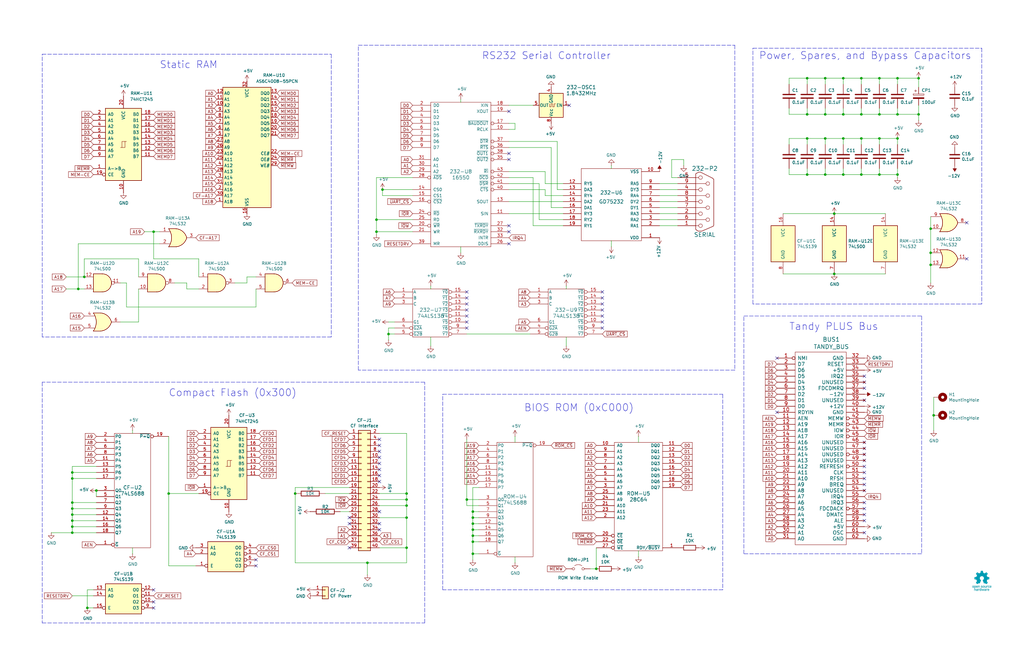
<source format=kicad_sch>
(kicad_sch (version 20250114) (generator "eeschema") (generator_version "9.0")
  (paper "B")
  (title_block (title "Tandy 1000 EX/HX 3-in-1 Upgrade") (date "2019-11-18") (rev "1.7") (company "Rob Krenicki") (comment 1 "OSHW - Creative Commons Attribution ShareAlike 3.0") (comment 2 "Derrived from designs by:  Sergey Kiselev, James Pearce, Adrian Black"))
  (text "BIOS ROM (0xC000)" (at 220.98 173.99 0) (effects (font (size 3.048 3.048)) (justify left bottom)))
  (text "Power, Spares, and Bypass Capacitors" (at 320.04 25.4 0) (effects (font (size 3.048 3.048)) (justify left bottom)))
  (text "Static RAM" (at 67.31 29.21 0) (effects (font (size 2.9972 2.9972)) (justify left bottom)))
  (text "Tandy PLUS Bus" (at 332.74 139.7 0) (effects (font (size 3.048 3.048)) (justify left bottom)))
  (text "Compact Flash (0x300)" (at 71.12 167.64 0) (effects (font (size 2.9972 2.9972)) (justify left bottom)))
  (text "RS232 Serial Controller" (at 203.2 25.4 0) (effects (font (size 2.9972 2.9972)) (justify left bottom)))
  (junction (at 40.64 207.01))
  (junction (at 392.43 96.52))
  (junction (at 378.46 33.02))
  (junction (at 363.22 48.26))
  (junction (at 370.84 48.26))
  (junction (at 340.36 48.26))
  (junction (at 33.02 121.92))
  (junction (at 30.48 201.93))
  (junction (at 199.39 218.44))
  (junction (at 392.43 111.76))
  (junction (at 199.39 223.52))
  (junction (at 347.98 73.66))
  (junction (at 378.46 73.66))
  (junction (at 387.35 48.26))
  (junction (at 347.98 48.26))
  (junction (at 163.83 140.97))
  (junction (at 158.75 97.79))
  (junction (at 30.48 199.39))
  (junction (at 378.46 58.42))
  (junction (at 199.39 220.98))
  (junction (at 251.46 240.03))
  (junction (at 154.94 237.49))
  (junction (at 199.39 228.6))
  (junction (at 387.35 33.02))
  (junction (at 124.46 208.28))
  (junction (at 370.84 73.66))
  (junction (at 363.22 58.42))
  (junction (at 393.7 175.26))
  (junction (at 158.75 92.71))
  (junction (at 30.48 214.63))
  (junction (at 30.48 224.79))
  (junction (at 355.6 73.66))
  (junction (at 35.56 116.84))
  (junction (at 171.45 213.36))
  (junction (at 355.6 58.42))
  (junction (at 392.43 106.68))
  (junction (at 30.48 212.09))
  (junction (at 171.45 208.28))
  (junction (at 363.22 73.66))
  (junction (at 199.39 215.9))
  (junction (at 351.79 115.57))
  (junction (at 196.85 210.82))
  (junction (at 347.98 58.42))
  (junction (at 363.22 33.02))
  (junction (at 199.39 226.06))
  (junction (at 378.46 48.26))
  (junction (at 161.29 80.01))
  (junction (at 171.45 218.44))
  (junction (at 30.48 217.17))
  (junction (at 30.48 222.25))
  (junction (at 340.36 33.02))
  (junction (at 199.39 233.68))
  (junction (at 340.36 58.42))
  (junction (at 370.84 58.42))
  (junction (at 30.48 219.71))
  (junction (at 171.45 231.14))
  (junction (at 355.6 48.26))
  (junction (at 71.12 208.28))
  (junction (at 36.83 256.54))
  (junction (at 370.84 33.02))
  (junction (at 347.98 33.02))
  (junction (at 351.79 90.17))
  (junction (at 355.6 33.02))
  (junction (at 64.77 97.79))
  (junction (at 171.45 210.82))
  (junction (at 340.36 73.66))
  (no_connect (at 196.85 123.19))
  (no_connect (at 64.77 248.92))
  (no_connect (at 147.32 231.14))
  (no_connect (at 407.67 93.98))
  (no_connect (at 214.63 64.77))
  (no_connect (at 196.85 138.43))
  (no_connect (at 364.49 186.69))
  (no_connect (at 364.49 204.47))
  (no_connect (at 407.67 109.22))
  (no_connect (at 196.85 130.81))
  (no_connect (at 147.32 220.98))
  (no_connect (at 160.02 193.04))
  (no_connect (at 327.66 173.99))
  (no_connect (at 364.49 161.29))
  (no_connect (at 107.95 238.76))
  (no_connect (at 364.49 168.91))
  (no_connect (at 254 138.43))
  (no_connect (at 254 128.27))
  (no_connect (at 364.49 212.09))
  (no_connect (at 364.49 196.85))
  (no_connect (at 364.49 158.75))
  (no_connect (at 160.02 200.66))
  (no_connect (at 327.66 151.13))
  (no_connect (at 364.49 207.01))
  (no_connect (at 160.02 223.52))
  (no_connect (at 364.49 201.93))
  (no_connect (at 196.85 128.27))
  (no_connect (at 364.49 224.79))
  (no_connect (at 196.85 125.73))
  (no_connect (at 160.02 195.58))
  (no_connect (at 64.77 254))
  (no_connect (at 364.49 214.63))
  (no_connect (at 364.49 217.17))
  (no_connect (at 254 125.73))
  (no_connect (at 254 133.35))
  (no_connect (at 160.02 203.2))
  (no_connect (at 214.63 67.31))
  (no_connect (at 214.63 102.87))
  (no_connect (at 254 123.19))
  (no_connect (at 364.49 163.83))
  (no_connect (at 364.49 219.71))
  (no_connect (at 160.02 185.42))
  (no_connect (at 196.85 133.35))
  (no_connect (at 160.02 220.98))
  (no_connect (at 214.63 46.99))
  (no_connect (at 364.49 199.39))
  (no_connect (at 107.95 236.22))
  (no_connect (at 214.63 97.79))
  (no_connect (at 160.02 190.5))
  (no_connect (at 364.49 189.23))
  (no_connect (at 364.49 191.77))
  (no_connect (at 214.63 95.25))
  (no_connect (at 160.02 215.9))
  (no_connect (at 240.03 44.45))
  (no_connect (at 254 130.81))
  (no_connect (at 64.77 256.54))
  (no_connect (at 160.02 187.96))
  (no_connect (at 364.49 194.31))
  (no_connect (at 147.32 218.44))
  (no_connect (at 160.02 198.12))
  (no_connect (at 254 135.89))
  (no_connect (at 196.85 135.89))
  (wire (pts (xy 27.94 121.92) (xy 33.02 121.92)))
  (wire (pts (xy 21.59 224.79) (xy 30.48 224.79)))
  (wire (pts (xy 158.75 92.71) (xy 158.75 74.93)))
  (wire (pts (xy 83.82 116.84) (xy 83.82 109.22)))
  (wire (pts (xy 196.85 210.82) (xy 196.85 213.36)))
  (wire (pts (xy 199.39 233.68) (xy 199.39 236.22)))
  (wire (pts (xy 154.94 237.49) (xy 154.94 242.57)))
  (wire (pts (xy 347.98 33.02) (xy 347.98 35.56)))
  (wire (pts (xy 35.56 116.84) (xy 35.56 109.22)))
  (wire (pts (xy 83.82 121.92) (xy 78.74 121.92)))
  (wire (pts (xy 370.84 60.96) (xy 370.84 58.42)))
  (wire (pts (xy 40.64 207.01) (xy 40.64 209.55)))
  (wire (pts (xy 160.02 210.82) (xy 171.45 210.82)))
  (wire (pts (xy 378.46 73.66) (xy 370.84 73.66)))
  (wire (pts (xy 173.99 80.01) (xy 161.29 80.01)))
  (wire (pts (xy 64.77 97.79) (xy 67.31 97.79)))
  (wire (pts (xy 196.85 185.42) (xy 196.85 210.82)))
  (wire (pts (xy 171.45 208.28) (xy 171.45 182.88)))
  (wire (pts (xy 40.64 196.85) (xy 30.48 196.85)))
  (wire (pts (xy 30.48 199.39) (xy 30.48 201.93)))
  (wire (pts (xy 27.94 116.84) (xy 35.56 116.84)))
  (wire (pts (xy 355.6 73.66) (xy 347.98 73.66)))
  (wire (pts (xy 363.22 33.02) (xy 363.22 35.56)))
  (wire (pts (xy 171.45 231.14) (xy 171.45 218.44)))
  (wire (pts (xy 370.84 73.66) (xy 363.22 73.66)))
  (wire (pts (xy 288.29 67.31) (xy 283.21 67.31)))
  (wire (pts (xy 30.48 224.79) (xy 40.64 224.79)))
  (wire (pts (xy 227.33 92.71) (xy 237.49 92.71)))
  (wire (pts (xy 53.34 129.54) (xy 107.95 129.54)))
  (wire (pts (xy 64.77 109.22) (xy 83.82 109.22)))
  (wire (pts (xy 107.95 121.92) (xy 107.95 129.54)))
  (wire (pts (xy 60.96 97.79) (xy 64.77 97.79)))
  (wire (pts (xy 340.36 48.26) (xy 347.98 48.26)))
  (wire (pts (xy 227.33 77.47) (xy 227.33 92.71)))
  (polyline (pts (xy 414.02 128.27) (xy 317.5 128.27)) (stroke (width 0) (type dash)))
  (wire (pts (xy 363.22 48.26) (xy 355.6 48.26)))
  (wire (pts (xy 340.36 73.66) (xy 332.74 73.66)))
  (wire (pts (xy 143.51 215.9) (xy 147.32 215.9)))
  (polyline (pts (xy 317.5 20.32) (xy 414.02 20.32)) (stroke (width 0) (type dash)))
  (wire (pts (xy 237.49 85.09) (xy 214.63 85.09)))
  (wire (pts (xy 124.46 237.49) (xy 154.94 237.49)))
  (polyline (pts (xy 17.78 262.89) (xy 179.07 262.89)) (stroke (width 0) (type dash)))
  (wire (pts (xy 332.74 45.72) (xy 332.74 48.26)))
  (polyline (pts (xy 309.88 19.05) (xy 309.88 156.21)) (stroke (width 0) (type dash)))
  (wire (pts (xy 285.75 77.47) (xy 278.13 77.47)))
  (wire (pts (xy 347.98 33.02) (xy 355.6 33.02)))
  (wire (pts (xy 363.22 33.02) (xy 370.84 33.02)))
  (wire (pts (xy 269.24 234.95) (xy 269.24 232.41)))
  (polyline (pts (xy 309.88 156.21) (xy 151.13 156.21)) (stroke (width 0) (type dash)))
  (wire (pts (xy 147.32 205.74) (xy 124.46 205.74)))
  (wire (pts (xy 40.64 214.63) (xy 30.48 214.63)))
  (polyline (pts (xy 179.07 262.89) (xy 179.07 161.29)) (stroke (width 0) (type dash)))
  (wire (pts (xy 83.82 208.28) (xy 71.12 208.28)))
  (wire (pts (xy 158.75 97.79) (xy 173.99 97.79)))
  (polyline (pts (xy 17.78 161.29) (xy 17.78 262.89)) (stroke (width 0) (type dash)))
  (wire (pts (xy 214.63 44.45) (xy 224.79 44.45)))
  (wire (pts (xy 199.39 228.6) (xy 199.39 233.68)))
  (wire (pts (xy 232.41 62.23) (xy 214.63 62.23)))
  (wire (pts (xy 124.46 205.74) (xy 124.46 208.28)))
  (wire (pts (xy 229.87 72.39) (xy 229.87 77.47)))
  (wire (pts (xy 370.84 33.02) (xy 370.84 35.56)))
  (wire (pts (xy 163.83 143.51) (xy 163.83 140.97)))
  (wire (pts (xy 171.45 218.44) (xy 171.45 213.36)))
  (wire (pts (xy 340.36 33.02) (xy 340.36 35.56)))
  (polyline (pts (xy 304.8 166.37) (xy 304.8 248.92)) (stroke (width 0) (type dash)))
  (polyline (pts (xy 139.7 22.86) (xy 139.7 142.24)) (stroke (width 0) (type dash)))
  (polyline (pts (xy 313.69 133.35) (xy 388.62 133.35)) (stroke (width 0) (type dash)))
  (wire (pts (xy 355.6 73.66) (xy 355.6 71.12)))
  (wire (pts (xy 199.39 226.06) (xy 199.39 228.6)))
  (polyline (pts (xy 414.02 20.32) (xy 414.02 128.27)) (stroke (width 0) (type dash)))
  (wire (pts (xy 163.83 138.43) (xy 166.37 138.43)))
  (wire (pts (xy 355.6 58.42) (xy 363.22 58.42)))
  (wire (pts (xy 171.45 231.14) (xy 160.02 231.14)))
  (wire (pts (xy 392.43 96.52) (xy 392.43 106.68)))
  (wire (pts (xy 387.35 44.45) (xy 387.35 48.26)))
  (wire (pts (xy 53.34 119.38) (xy 53.34 129.54)))
  (polyline (pts (xy 388.62 233.68) (xy 313.69 233.68)) (stroke (width 0) (type dash)))
  (wire (pts (xy 181.61 120.65) (xy 181.61 121.92)))
  (wire (pts (xy 160.02 218.44) (xy 171.45 218.44)))
  (wire (pts (xy 237.49 95.25) (xy 224.79 95.25)))
  (wire (pts (xy 201.93 218.44) (xy 199.39 218.44)))
  (wire (pts (xy 363.22 73.66) (xy 355.6 73.66)))
  (wire (pts (xy 229.87 82.55) (xy 229.87 80.01)))
  (wire (pts (xy 224.79 74.93) (xy 214.63 74.93)))
  (wire (pts (xy 201.93 223.52) (xy 199.39 223.52)))
  (wire (pts (xy 251.46 240.03) (xy 248.92 240.03)))
  (wire (pts (xy 201.93 205.74) (xy 199.39 205.74)))
  (wire (pts (xy 229.87 77.47) (xy 237.49 77.47)))
  (wire (pts (xy 154.94 237.49) (xy 171.45 237.49)))
  (wire (pts (xy 50.8 119.38) (xy 53.34 119.38)))
  (wire (pts (xy 214.63 52.07) (xy 217.17 52.07)))
  (wire (pts (xy 36.83 256.54) (xy 39.37 256.54)))
  (polyline (pts (xy 139.7 142.24) (xy 17.78 142.24)) (stroke (width 0) (type dash)))
  (wire (pts (xy 217.17 237.49) (xy 217.17 234.95)))
  (wire (pts (xy 217.17 54.61) (xy 217.17 52.07)))
  (wire (pts (xy 387.35 36.83) (xy 387.35 33.02)))
  (wire (pts (xy 355.6 33.02) (xy 355.6 35.56)))
  (wire (pts (xy 158.75 74.93) (xy 173.99 74.93)))
  (wire (pts (xy 251.46 231.14) (xy 251.46 240.03)))
  (wire (pts (xy 278.13 85.09) (xy 285.75 85.09)))
  (wire (pts (xy 392.43 106.68) (xy 392.43 111.76)))
  (wire (pts (xy 71.12 184.15) (xy 71.12 208.28)))
  (wire (pts (xy 347.98 73.66) (xy 340.36 73.66)))
  (wire (pts (xy 199.39 220.98) (xy 199.39 223.52)))
  (wire (pts (xy 288.29 69.85) (xy 288.29 67.31)))
  (wire (pts (xy 99.06 119.38) (xy 104.14 119.38)))
  (wire (pts (xy 40.64 222.25) (xy 30.48 222.25)))
  (wire (pts (xy 78.74 121.92) (xy 78.74 119.38)))
  (wire (pts (xy 30.48 219.71) (xy 30.48 222.25)))
  (wire (pts (xy 199.39 223.52) (xy 199.39 226.06)))
  (wire (pts (xy 214.63 72.39) (xy 229.87 72.39)))
  (wire (pts (xy 378.46 73.66) (xy 378.46 71.12)))
  (wire (pts (xy 278.13 95.25) (xy 285.75 95.25)))
  (wire (pts (xy 40.64 201.93) (xy 30.48 201.93)))
  (polyline (pts (xy 179.07 161.29) (xy 17.78 161.29)) (stroke (width 0) (type dash)))
  (wire (pts (xy 378.46 60.96) (xy 378.46 58.42)))
  (polyline (pts (xy 186.69 248.92) (xy 186.69 166.37)) (stroke (width 0) (type dash)))
  (wire (pts (xy 158.75 99.06) (xy 158.75 97.79)))
  (wire (pts (xy 158.75 97.79) (xy 158.75 92.71)))
  (wire (pts (xy 71.12 238.76) (xy 82.55 238.76)))
  (wire (pts (xy 201.93 210.82) (xy 196.85 210.82)))
  (wire (pts (xy 363.22 73.66) (xy 363.22 71.12)))
  (wire (pts (xy 387.35 50.8) (xy 387.35 48.26)))
  (wire (pts (xy 224.79 95.25) (xy 224.79 74.93)))
  (wire (pts (xy 370.84 48.26) (xy 370.84 45.72)))
  (wire (pts (xy 257.81 104.14) (xy 257.81 101.6)))
  (wire (pts (xy 214.63 77.47) (xy 227.33 77.47)))
  (wire (pts (xy 173.99 82.55) (xy 161.29 82.55)))
  (wire (pts (xy 340.36 58.42) (xy 340.36 60.96)))
  (polyline (pts (xy 17.78 142.24) (xy 17.78 22.86)) (stroke (width 0) (type dash)))
  (wire (pts (xy 171.45 213.36) (xy 171.45 210.82)))
  (wire (pts (xy 171.45 210.82) (xy 171.45 208.28)))
  (wire (pts (xy 30.48 201.93) (xy 30.48 212.09)))
  (wire (pts (xy 355.6 48.26) (xy 355.6 45.72)))
  (wire (pts (xy 370.84 48.26) (xy 363.22 48.26)))
  (wire (pts (xy 355.6 48.26) (xy 347.98 48.26)))
  (wire (pts (xy 285.75 82.55) (xy 278.13 82.55)))
  (wire (pts (xy 199.39 205.74) (xy 199.39 215.9)))
  (wire (pts (xy 201.93 215.9) (xy 199.39 215.9)))
  (wire (pts (xy 370.84 58.42) (xy 378.46 58.42)))
  (wire (pts (xy 378.46 33.02) (xy 378.46 35.56)))
  (wire (pts (xy 234.95 59.69) (xy 234.95 80.01)))
  (wire (pts (xy 363.22 48.26) (xy 363.22 45.72)))
  (wire (pts (xy 36.83 248.92) (xy 36.83 256.54)))
  (wire (pts (xy 393.7 181.61) (xy 393.7 175.26)))
  (wire (pts (xy 392.43 111.76) (xy 392.43 119.38)))
  (wire (pts (xy 166.37 140.97) (xy 163.83 140.97)))
  (wire (pts (xy 330.2 115.57) (xy 351.79 115.57)))
  (wire (pts (xy 35.56 109.22) (xy 58.42 109.22)))
  (wire (pts (xy 30.48 196.85) (xy 30.48 199.39)))
  (wire (pts (xy 199.39 218.44) (xy 199.39 220.98)))
  (wire (pts (xy 332.74 33.02) (xy 332.74 35.56)))
  (wire (pts (xy 283.21 67.31) (xy 283.21 74.93)))
  (wire (pts (xy 393.7 175.26) (xy 393.7 167.64)))
  (wire (pts (xy 33.02 121.92) (xy 35.56 121.92)))
  (wire (pts (xy 238.76 120.65) (xy 238.76 121.92)))
  (polyline (pts (xy 313.69 233.68) (xy 313.69 133.35)) (stroke (width 0) (type dash)))
  (wire (pts (xy 378.46 45.72) (xy 378.46 48.26)))
  (wire (pts (xy 160.02 208.28) (xy 171.45 208.28)))
  (wire (pts (xy 351.79 90.17) (xy 330.2 90.17)))
  (wire (pts (xy 64.77 97.79) (xy 64.77 109.22)))
  (wire (pts (xy 30.48 222.25) (xy 30.48 224.79)))
  (polyline (pts (xy 304.8 248.92) (xy 186.69 248.92)) (stroke (width 0) (type dash)))
  (wire (pts (xy 232.41 87.63) (xy 237.49 87.63)))
  (wire (pts (xy 232.41 87.63) (xy 232.41 62.23)))
  (wire (pts (xy 201.93 226.06) (xy 199.39 226.06)))
  (wire (pts (xy 181.61 146.05) (xy 181.61 142.24)))
  (wire (pts (xy 161.29 82.55) (xy 161.29 80.01)))
  (wire (pts (xy 363.22 58.42) (xy 363.22 60.96)))
  (wire (pts (xy 340.36 48.26) (xy 340.36 45.72)))
  (wire (pts (xy 347.98 58.42) (xy 347.98 60.96)))
  (wire (pts (xy 104.14 119.38) (xy 104.14 116.84)))
  (polyline (pts (xy 388.62 133.35) (xy 388.62 233.68)) (stroke (width 0) (type dash)))
  (wire (pts (xy 340.36 33.02) (xy 347.98 33.02)))
  (wire (pts (xy 332.74 58.42) (xy 340.36 58.42)))
  (wire (pts (xy 217.17 184.15) (xy 217.17 186.69)))
  (wire (pts (xy 378.46 48.26) (xy 387.35 48.26)))
  (wire (pts (xy 392.43 91.44) (xy 392.43 96.52)))
  (wire (pts (xy 201.93 233.68) (xy 199.39 233.68)))
  (wire (pts (xy 194.31 41.91) (xy 194.31 43.18)))
  (wire (pts (xy 237.49 90.17) (xy 214.63 90.17)))
  (wire (pts (xy 30.48 214.63) (xy 30.48 217.17)))
  (wire (pts (xy 39.37 248.92) (xy 36.83 248.92)))
  (wire (pts (xy 58.42 121.92) (xy 58.42 135.89)))
  (wire (pts (xy 340.36 58.42) (xy 347.98 58.42)))
  (wire (pts (xy 160.02 182.88) (xy 171.45 182.88)))
  (wire (pts (xy 283.21 74.93) (xy 285.75 74.93)))
  (wire (pts (xy 55.88 182.88) (xy 55.88 181.61)))
  (wire (pts (xy 40.64 212.09) (xy 30.48 212.09)))
  (wire (pts (xy 33.02 102.87) (xy 67.31 102.87)))
  (wire (pts (xy 199.39 215.9) (xy 199.39 218.44)))
  (wire (pts (xy 196.85 140.97) (xy 223.52 140.97)))
  (wire (pts (xy 214.63 80.01) (xy 229.87 80.01)))
  (wire (pts (xy 278.13 90.17) (xy 285.75 90.17)))
  (wire (pts (xy 166.37 135.89) (xy 163.83 135.89)))
  (wire (pts (xy 278.13 80.01) (xy 285.75 80.01)))
  (wire (pts (xy 55.88 233.68) (xy 55.88 231.14)))
  (wire (pts (xy 285.75 87.63) (xy 278.13 87.63)))
  (wire (pts (xy 201.93 228.6) (xy 199.39 228.6)))
  (wire (pts (xy 370.84 73.66) (xy 370.84 71.12)))
  (wire (pts (xy 194.31 106.68) (xy 194.31 104.14)))
  (wire (pts (xy 158.75 92.71) (xy 173.99 92.71)))
  (wire (pts (xy 269.24 186.69) (xy 269.24 184.15)))
  (wire (pts (xy 347.98 58.42) (xy 355.6 58.42)))
  (wire (pts (xy 214.63 59.69) (xy 234.95 59.69)))
  (polyline (pts (xy 151.13 156.21) (xy 151.13 19.05)) (stroke (width 0) (type dash)))
  (wire (pts (xy 124.46 208.28) (xy 124.46 237.49)))
  (polyline (pts (xy 151.13 19.05) (xy 309.88 19.05)) (stroke (width 0) (type dash)))
  (wire (pts (xy 373.38 90.17) (xy 351.79 90.17)))
  (wire (pts (xy 340.36 71.12) (xy 340.36 73.66)))
  (wire (pts (xy 137.16 208.28) (xy 147.32 208.28)))
  (wire (pts (xy 160.02 213.36) (xy 171.45 213.36)))
  (wire (pts (xy 40.64 217.17) (xy 30.48 217.17)))
  (wire (pts (xy 171.45 237.49) (xy 171.45 231.14)))
  (wire (pts (xy 355.6 58.42) (xy 355.6 60.96)))
  (wire (pts (xy 332.74 33.02) (xy 340.36 33.02)))
  (wire (pts (xy 378.46 74.93) (xy 378.46 73.66)))
  (wire (pts (xy 214.63 54.61) (xy 217.17 54.61)))
  (wire (pts (xy 257.81 69.85) (xy 257.81 71.12)))
  (wire (pts (xy 351.79 115.57) (xy 373.38 115.57)))
  (wire (pts (xy 234.95 80.01) (xy 237.49 80.01)))
  (wire (pts (xy 370.84 33.02) (xy 378.46 33.02)))
  (wire (pts (xy 347.98 73.66) (xy 347.98 71.12)))
  (wire (pts (xy 78.74 119.38) (xy 73.66 119.38)))
  (wire (pts (xy 30.48 212.09) (xy 30.48 214.63)))
  (polyline (pts (xy 186.69 166.37) (xy 304.8 166.37)) (stroke (width 0) (type dash)))
  (wire (pts (xy 278.13 92.71) (xy 285.75 92.71)))
  (wire (pts (xy 355.6 33.02) (xy 363.22 33.02)))
  (wire (pts (xy 378.46 33.02) (xy 387.35 33.02)))
  (wire (pts (xy 237.49 82.55) (xy 229.87 82.55)))
  (wire (pts (xy 332.74 60.96) (xy 332.74 58.42)))
  (wire (pts (xy 71.12 208.28) (xy 71.12 238.76)))
  (wire (pts (xy 201.93 220.98) (xy 199.39 220.98)))
  (wire (pts (xy 58.42 109.22) (xy 58.42 116.84)))
  (wire (pts (xy 196.85 213.36) (xy 201.93 213.36)))
  (wire (pts (xy 50.8 135.89) (xy 58.42 135.89)))
  (wire (pts (xy 378.46 48.26) (xy 370.84 48.26)))
  (wire (pts (xy 347.98 48.26) (xy 347.98 45.72)))
  (wire (pts (xy 363.22 58.42) (xy 370.84 58.42)))
  (wire (pts (xy 39.37 251.46) (xy 30.48 251.46)))
  (wire (pts (xy 238.76 146.05) (xy 238.76 142.24)))
  (polyline (pts (xy 317.5 128.27) (xy 317.5 20.32)) (stroke (width 0) (type dash)))
  (wire (pts (xy 340.36 48.26) (xy 332.74 48.26)))
  (wire (pts (xy 163.83 140.97) (xy 163.83 138.43)))
  (wire (pts (xy 104.14 116.84) (xy 107.95 116.84)))
  (wire (pts (xy 30.48 217.17) (xy 30.48 219.71)))
  (wire (pts (xy 332.74 73.66) (xy 332.74 71.12)))
  (polyline (pts (xy 17.78 22.86) (xy 139.7 22.86)) (stroke (width 0) (type dash)))
  (wire (pts (xy 40.64 199.39) (xy 30.48 199.39)))
  (wire (pts (xy 33.02 121.92) (xy 33.02 102.87)))
  (wire (pts (xy 40.64 219.71) (xy 30.48 219.71)))
  (image (at 414.02 245.11))
  (global_label "A0" (shape input) (at 327.66 227.33 180) (property "Intersheetrefs" "${INTERSHEET_REFS}" (effects (hide yes))))
  (global_label "D7" (shape input) (at 39.37 66.04 180) (property "Intersheetrefs" "${INTERSHEET_REFS}" (effects (hide yes))))
  (global_label "A0" (shape input) (at 173.99 67.31 180) (property "Intersheetrefs" "${INTERSHEET_REFS}" (effects (hide yes))))
  (global_label "CFD3" (shape input) (at 109.22 190.5 0) (property "Intersheetrefs" "${INTERSHEET_REFS}" (effects (hide yes))))
  (global_label "~{IOW}" (shape input) (at 173.99 95.25 180) (property "Intersheetrefs" "${INTERSHEET_REFS}" (effects (hide yes))))
  (global_label "A12" (shape input) (at 251.46 218.44 180) (property "Intersheetrefs" "${INTERSHEET_REFS}" (effects (hide yes))))
  (global_label "A10" (shape input) (at 91.44 64.77 180) (property "Intersheetrefs" "${INTERSHEET_REFS}" (effects (hide yes))))
  (global_label "A8" (shape input) (at 223.52 123.19 180) (property "Intersheetrefs" "${INTERSHEET_REFS}" (effects (hide yes))))
  (global_label "CF_RESET" (shape input) (at 147.32 182.88 180) (property "Intersheetrefs" "${INTERSHEET_REFS}" (effects (hide yes))))
  (global_label "D0" (shape input) (at 327.66 171.45 180) (property "Intersheetrefs" "${INTERSHEET_REFS}" (effects (hide yes))))
  (global_label "A2" (shape input) (at 327.66 222.25 180) (property "Intersheetrefs" "${INTERSHEET_REFS}" (effects (hide yes))))
  (global_label "~{IOR}" (shape input) (at 173.99 90.17 180) (property "Intersheetrefs" "${INTERSHEET_REFS}" (effects (hide yes))))
  (global_label "MEM-CE" (shape input) (at 116.84 64.77 0) (property "Intersheetrefs" "${INTERSHEET_REFS}" (effects (hide yes))))
  (global_label "A6" (shape input) (at 166.37 123.19 180) (property "Intersheetrefs" "${INTERSHEET_REFS}" (effects (hide yes))))
  (global_label "D4" (shape input) (at 287.02 198.12 0) (property "Intersheetrefs" "${INTERSHEET_REFS}" (effects (hide yes))))
  (global_label "A7" (shape input) (at 91.44 57.15 180) (property "Intersheetrefs" "${INTERSHEET_REFS}" (effects (hide yes))))
  (global_label "MEMD4" (shape input) (at 116.84 49.53 0) (property "Intersheetrefs" "${INTERSHEET_REFS}" (effects (hide yes))))
  (global_label "CFD0" (shape input) (at 147.32 203.2 180) (property "Intersheetrefs" "${INTERSHEET_REFS}" (effects (hide yes))))
  (global_label "A6" (shape input) (at 40.64 191.77 180) (property "Intersheetrefs" "${INTERSHEET_REFS}" (effects (hide yes))))
  (global_label "D7" (shape input) (at 327.66 153.67 180) (property "Intersheetrefs" "${INTERSHEET_REFS}" (effects (hide yes))))
  (global_label "RESETDRV" (shape input) (at 173.99 102.87 180) (property "Intersheetrefs" "${INTERSHEET_REFS}" (effects (hide yes))))
  (global_label "CFD5" (shape input) (at 147.32 190.5 180) (property "Intersheetrefs" "${INTERSHEET_REFS}" (effects (hide yes))))
  (global_label "A3" (shape input) (at 223.52 128.27 180) (property "Intersheetrefs" "${INTERSHEET_REFS}" (effects (hide yes))))
  (global_label "CF_RESET" (shape input) (at 64.77 251.46 0) (property "Intersheetrefs" "${INTERSHEET_REFS}" (effects (hide yes))))
  (global_label "IRQ4" (shape input) (at 214.63 100.33 0) (property "Intersheetrefs" "${INTERSHEET_REFS}" (effects (hide yes))))
  (global_label "CFD2" (shape input) (at 147.32 198.12 180) (property "Intersheetrefs" "${INTERSHEET_REFS}" (effects (hide yes))))
  (global_label "A6" (shape input) (at 91.44 54.61 180) (property "Intersheetrefs" "${INTERSHEET_REFS}" (effects (hide yes))))
  (global_label "~{ROM_CS}" (shape input) (at 232.41 187.96 0) (property "Intersheetrefs" "${INTERSHEET_REFS}" (effects (hide yes))))
  (global_label "A6" (shape input) (at 327.66 212.09 180) (property "Intersheetrefs" "${INTERSHEET_REFS}" (effects (hide yes))))
  (global_label "CFD5" (shape input) (at 109.22 195.58 0) (property "Intersheetrefs" "${INTERSHEET_REFS}" (effects (hide yes))))
  (global_label "A2" (shape input) (at 91.44 44.45 180) (property "Intersheetrefs" "${INTERSHEET_REFS}" (effects (hide yes))))
  (global_label "~{UART_CS}" (shape input) (at 173.99 85.09 180) (property "Intersheetrefs" "${INTERSHEET_REFS}" (effects (hide yes))))
  (global_label "CFD1" (shape input) (at 109.22 185.42 0) (property "Intersheetrefs" "${INTERSHEET_REFS}" (effects (hide yes))))
  (global_label "A7" (shape input) (at 166.37 125.73 180) (property "Intersheetrefs" "${INTERSHEET_REFS}" (effects (hide yes))))
  (global_label "A13" (shape input) (at 327.66 194.31 180) (property "Intersheetrefs" "${INTERSHEET_REFS}" (effects (hide yes))))
  (global_label "D3" (shape input) (at 327.66 163.83 180) (property "Intersheetrefs" "${INTERSHEET_REFS}" (effects (hide yes))))
  (global_label "A18" (shape input) (at 91.44 85.09 180) (property "Intersheetrefs" "${INTERSHEET_REFS}" (effects (hide yes))))
  (global_label "A3" (shape input) (at 160.02 226.06 0) (property "Intersheetrefs" "${INTERSHEET_REFS}" (effects (hide yes))))
  (global_label "AEN" (shape input) (at 223.52 138.43 180) (property "Intersheetrefs" "${INTERSHEET_REFS}" (effects (hide yes))))
  (global_label "D2" (shape input) (at 287.02 193.04 0) (property "Intersheetrefs" "${INTERSHEET_REFS}" (effects (hide yes))))
  (global_label "CFD7" (shape input) (at 109.22 200.66 0) (property "Intersheetrefs" "${INTERSHEET_REFS}" (effects (hide yes))))
  (global_label "A14" (shape input) (at 91.44 74.93 180) (property "Intersheetrefs" "${INTERSHEET_REFS}" (effects (hide yes))))
  (global_label "MEMD2" (shape input) (at 116.84 44.45 0) (property "Intersheetrefs" "${INTERSHEET_REFS}" (effects (hide yes))))
  (global_label "D3" (shape input) (at 173.99 52.07 180) (property "Intersheetrefs" "${INTERSHEET_REFS}" (effects (hide yes))))
  (global_label "MEMD7" (shape input) (at 116.84 57.15 0) (property "Intersheetrefs" "${INTERSHEET_REFS}" (effects (hide yes))))
  (global_label "D1" (shape input) (at 287.02 190.5 0) (property "Intersheetrefs" "${INTERSHEET_REFS}" (effects (hide yes))))
  (global_label "D1" (shape input) (at 173.99 46.99 180) (property "Intersheetrefs" "${INTERSHEET_REFS}" (effects (hide yes))))
  (global_label "AEN" (shape input) (at 327.66 176.53 180) (property "Intersheetrefs" "${INTERSHEET_REFS}" (effects (hide yes))))
  (global_label "A1" (shape input) (at 173.99 69.85 180) (property "Intersheetrefs" "${INTERSHEET_REFS}" (effects (hide yes))))
  (global_label "A8" (shape input) (at 327.66 207.01 180) (property "Intersheetrefs" "${INTERSHEET_REFS}" (effects (hide yes))))
  (global_label "D5" (shape input) (at 83.82 195.58 180) (property "Intersheetrefs" "${INTERSHEET_REFS}" (effects (hide yes))))
  (global_label "D7" (shape input) (at 287.02 205.74 0) (property "Intersheetrefs" "${INTERSHEET_REFS}" (effects (hide yes))))
  (global_label "A15" (shape input) (at 327.66 189.23 180) (property "Intersheetrefs" "${INTERSHEET_REFS}" (effects (hide yes))))
  (global_label "A18" (shape input) (at 27.94 116.84 180) (property "Intersheetrefs" "${INTERSHEET_REFS}" (effects (hide yes))))
  (global_label "A4" (shape input) (at 223.52 125.73 180) (property "Intersheetrefs" "${INTERSHEET_REFS}" (effects (hide yes))))
  (global_label "A1" (shape input) (at 91.44 41.91 180) (property "Intersheetrefs" "${INTERSHEET_REFS}" (effects (hide yes))))
  (global_label "D7" (shape input) (at 83.82 200.66 180) (property "Intersheetrefs" "${INTERSHEET_REFS}" (effects (hide yes))))
  (global_label "D2" (shape input) (at 173.99 49.53 180) (property "Intersheetrefs" "${INTERSHEET_REFS}" (effects (hide yes))))
  (global_label "A2" (shape input) (at 147.32 223.52 180) (property "Intersheetrefs" "${INTERSHEET_REFS}" (effects (hide yes))))
  (global_label "A17" (shape input) (at 27.94 121.92 180) (property "Intersheetrefs" "${INTERSHEET_REFS}" (effects (hide yes))))
  (global_label "A4" (shape input) (at 91.44 49.53 180) (property "Intersheetrefs" "${INTERSHEET_REFS}" (effects (hide yes))))
  (global_label "A19" (shape input) (at 327.66 179.07 180) (property "Intersheetrefs" "${INTERSHEET_REFS}" (effects (hide yes))))
  (global_label "RESETDRV" (shape input) (at 364.49 153.67 0) (property "Intersheetrefs" "${INTERSHEET_REFS}" (effects (hide yes))))
  (global_label "A5" (shape input) (at 91.44 52.07 180) (property "Intersheetrefs" "${INTERSHEET_REFS}" (effects (hide yes))))
  (global_label "A13" (shape input) (at 91.44 72.39 180) (property "Intersheetrefs" "${INTERSHEET_REFS}" (effects (hide yes))))
  (global_label "MEMD1" (shape input) (at 64.77 50.8 0) (property "Intersheetrefs" "${INTERSHEET_REFS}" (effects (hide yes))))
  (global_label "A13" (shape input) (at 201.93 203.2 180) (property "Intersheetrefs" "${INTERSHEET_REFS}" (effects (hide yes))))
  (global_label "A10" (shape input) (at 251.46 213.36 180) (property "Intersheetrefs" "${INTERSHEET_REFS}" (effects (hide yes))))
  (global_label "IRQ4" (shape input) (at 364.49 209.55 0) (property "Intersheetrefs" "${INTERSHEET_REFS}" (effects (hide yes))))
  (global_label "A9" (shape input) (at 251.46 210.82 180) (property "Intersheetrefs" "${INTERSHEET_REFS}" (effects (hide yes))))
  (global_label "A2" (shape input) (at 251.46 193.04 180) (property "Intersheetrefs" "${INTERSHEET_REFS}" (effects (hide yes))))
  (global_label "~{MEMW}" (shape input) (at 238.76 240.03 180) (property "Intersheetrefs" "${INTERSHEET_REFS}" (effects (hide yes))))
  (global_label "~{IOR}" (shape input) (at 147.32 213.36 180) (property "Intersheetrefs" "${INTERSHEET_REFS}" (effects (hide yes))))
  (global_label "A5" (shape input) (at 327.66 214.63 180) (property "Intersheetrefs" "${INTERSHEET_REFS}" (effects (hide yes))))
  (global_label "CFD3" (shape input) (at 147.32 195.58 180) (property "Intersheetrefs" "${INTERSHEET_REFS}" (effects (hide yes))))
  (global_label "A0" (shape input) (at 91.44 39.37 180) (property "Intersheetrefs" "${INTERSHEET_REFS}" (effects (hide yes))))
  (global_label "~{UART_CS}" (shape input) (at 254 140.97 0) (property "Intersheetrefs" "${INTERSHEET_REFS}" (effects (hide yes))))
  (global_label "D6" (shape input) (at 327.66 156.21 180) (property "Intersheetrefs" "${INTERSHEET_REFS}" (effects (hide yes))))
  (global_label "A16" (shape input) (at 201.93 195.58 180) (property "Intersheetrefs" "${INTERSHEET_REFS}" (effects (hide yes))))
  (global_label "A16" (shape input) (at 327.66 186.69 180) (property "Intersheetrefs" "${INTERSHEET_REFS}" (effects (hide yes))))
  (global_label "A5" (shape input) (at 40.64 194.31 180) (property "Intersheetrefs" "${INTERSHEET_REFS}" (effects (hide yes))))
  (global_label "CF-A17" (shape input) (at 82.55 100.33 0) (property "Intersheetrefs" "${INTERSHEET_REFS}" (effects (hide yes))))
  (global_label "A15" (shape input) (at 201.93 198.12 180) (property "Intersheetrefs" "${INTERSHEET_REFS}" (effects (hide yes))))
  (global_label "CFD4" (shape input) (at 147.32 193.04 180) (property "Intersheetrefs" "${INTERSHEET_REFS}" (effects (hide yes))))
  (global_label "D5" (shape input) (at 39.37 60.96 180) (property "Intersheetrefs" "${INTERSHEET_REFS}" (effects (hide yes))))
  (global_label "CFD2" (shape input) (at 109.22 187.96 0) (property "Intersheetrefs" "${INTERSHEET_REFS}" (effects (hide yes))))
  (global_label "A7" (shape input) (at 251.46 205.74 180) (property "Intersheetrefs" "${INTERSHEET_REFS}" (effects (hide yes))))
  (global_label "A3" (shape input) (at 251.46 195.58 180) (property "Intersheetrefs" "${INTERSHEET_REFS}" (effects (hide yes))))
  (global_label "A9" (shape input) (at 40.64 184.15 180) (property "Intersheetrefs" "${INTERSHEET_REFS}" (effects (hide yes))))
  (global_label "MEMD4" (shape input) (at 64.77 58.42 0) (property "Intersheetrefs" "${INTERSHEET_REFS}" (effects (hide yes))))
  (global_label "MEMD2" (shape input) (at 64.77 53.34 0) (property "Intersheetrefs" "${INTERSHEET_REFS}" (effects (hide yes))))
  (global_label "MEMD1" (shape input) (at 116.84 41.91 0) (property "Intersheetrefs" "${INTERSHEET_REFS}" (effects (hide yes))))
  (global_label "A17" (shape input) (at 327.66 184.15 180) (property "Intersheetrefs" "${INTERSHEET_REFS}" (effects (hide yes))))
  (global_label "A18" (shape input) (at 201.93 190.5 180) (property "Intersheetrefs" "${INTERSHEET_REFS}" (effects (hide yes))))
  (global_label "CFD0" (shape input) (at 109.22 182.88 0) (property "Intersheetrefs" "${INTERSHEET_REFS}" (effects (hide yes))))
  (global_label "A9" (shape input) (at 166.37 128.27 180) (property "Intersheetrefs" "${INTERSHEET_REFS}" (effects (hide yes))))
  (global_label "CF_CS1" (shape input) (at 160.02 228.6 0) (property "Intersheetrefs" "${INTERSHEET_REFS}" (effects (hide yes))))
  (global_label "D5" (shape input) (at 173.99 57.15 180) (property "Intersheetrefs" "${INTERSHEET_REFS}" (effects (hide yes))))
  (global_label "A8" (shape input) (at 251.46 208.28 180) (property "Intersheetrefs" "${INTERSHEET_REFS}" (effects (hide yes))))
  (global_label "A17" (shape input) (at 201.93 193.04 180) (property "Intersheetrefs" "${INTERSHEET_REFS}" (effects (hide yes))))
  (global_label "A14" (shape input) (at 201.93 200.66 180) (property "Intersheetrefs" "${INTERSHEET_REFS}" (effects (hide yes))))
  (global_label "CF_CS1" (shape input) (at 107.95 233.68 0) (property "Intersheetrefs" "${INTERSHEET_REFS}" (effects (hide yes))))
  (global_label "MEMD7" (shape input) (at 64.77 66.04 0) (property "Intersheetrefs" "${INTERSHEET_REFS}" (effects (hide yes))))
  (global_label "A4" (shape input) (at 82.55 233.68 180) (property "Intersheetrefs" "${INTERSHEET_REFS}" (effects (hide yes))))
  (global_label "CF_CS0" (shape input) (at 147.32 228.6 180) (property "Intersheetrefs" "${INTERSHEET_REFS}" (effects (hide yes))))
  (global_label "A16" (shape input) (at 35.56 133.35 180) (property "Intersheetrefs" "${INTERSHEET_REFS}" (effects (hide yes))))
  (global_label "A9" (shape input) (at 327.66 204.47 180) (property "Intersheetrefs" "${INTERSHEET_REFS}" (effects (hide yes))))
  (global_label "~{IOR}" (shape input) (at 83.82 205.74 180) (property "Intersheetrefs" "${INTERSHEET_REFS}" (effects (hide yes))))
  (global_label "MEMD6" (shape input) (at 64.77 63.5 0) (property "Intersheetrefs" "${INTERSHEET_REFS}" (effects (hide yes))))
  (global_label "A7" (shape input) (at 327.66 209.55 180) (property "Intersheetrefs" "${INTERSHEET_REFS}" (effects (hide yes))))
  (global_label "D5" (shape input) (at 327.66 158.75 180) (property "Intersheetrefs" "${INTERSHEET_REFS}" (effects (hide yes))))
  (global_label "~{MEMW}" (shape input) (at 364.49 176.53 0) (property "Intersheetrefs" "${INTERSHEET_REFS}" (effects (hide yes))))
  (global_label "MEMD3" (shape input) (at 116.84 46.99 0) (property "Intersheetrefs" "${INTERSHEET_REFS}" (effects (hide yes))))
  (global_label "A6" (shape input) (at 251.46 203.2 180) (property "Intersheetrefs" "${INTERSHEET_REFS}" (effects (hide yes))))
  (global_label "D0" (shape input) (at 173.99 44.45 180) (property "Intersheetrefs" "${INTERSHEET_REFS}" (effects (hide yes))))
  (global_label "A4" (shape input) (at 327.66 217.17 180) (property "Intersheetrefs" "${INTERSHEET_REFS}" (effects (hide yes))))
  (global_label "D6" (shape input) (at 83.82 198.12 180) (property "Intersheetrefs" "${INTERSHEET_REFS}" (effects (hide yes))))
  (global_label "~{MEMR}" (shape input) (at 116.84 67.31 0) (property "Intersheetrefs" "${INTERSHEET_REFS}" (effects (hide yes))))
  (global_label "D0" (shape input) (at 287.02 187.96 0) (property "Intersheetrefs" "${INTERSHEET_REFS}" (effects (hide yes))))
  (global_label "D4" (shape input) (at 327.66 161.29 180) (property "Intersheetrefs" "${INTERSHEET_REFS}" (effects (hide yes))))
  (global_label "MEMD5" (shape input) (at 64.77 60.96 0) (property "Intersheetrefs" "${INTERSHEET_REFS}" (effects (hide yes))))
  (global_label "D3" (shape input) (at 83.82 190.5 180) (property "Intersheetrefs" "${INTERSHEET_REFS}" (effects (hide yes))))
  (global_label "D6" (shape input) (at 173.99 59.69 180) (property "Intersheetrefs" "${INTERSHEET_REFS}" (effects (hide yes))))
  (global_label "MEM-CE" (shape input) (at 123.19 119.38 0) (property "Intersheetrefs" "${INTERSHEET_REFS}" (effects (hide yes))))
  (global_label "CF_CS0" (shape input) (at 107.95 231.14 0) (property "Intersheetrefs" "${INTERSHEET_REFS}" (effects (hide yes))))
  (global_label "D7" (shape input) (at 173.99 62.23 180) (property "Intersheetrefs" "${INTERSHEET_REFS}" (effects (hide yes))))
  (global_label "~{IOW}" (shape input) (at 364.49 181.61 0) (property "Intersheetrefs" "${INTERSHEET_REFS}" (effects (hide yes))))
  (global_label "A11" (shape input) (at 327.66 199.39 180) (property "Intersheetrefs" "${INTERSHEET_REFS}" (effects (hide yes))))
  (global_label "A10" (shape input) (at 327.66 201.93 180) (property "Intersheetrefs" "${INTERSHEET_REFS}" (effects (hide yes))))
  (global_label "MEMD5" (shape input) (at 116.84 52.07 0) (property "Intersheetrefs" "${INTERSHEET_REFS}" (effects (hide yes))))
  (global_label "A8" (shape input) (at 91.44 59.69 180) (property "Intersheetrefs" "${INTERSHEET_REFS}" (effects (hide yes))))
  (global_label "A12" (shape input) (at 91.44 69.85 180) (property "Intersheetrefs" "${INTERSHEET_REFS}" (effects (hide yes))))
  (global_label "D1" (shape input) (at 83.82 185.42 180) (property "Intersheetrefs" "${INTERSHEET_REFS}" (effects (hide yes))))
  (global_label "A19" (shape input) (at 201.93 187.96 180) (property "Intersheetrefs" "${INTERSHEET_REFS}" (effects (hide yes))))
  (global_label "A12" (shape input) (at 327.66 196.85 180) (property "Intersheetrefs" "${INTERSHEET_REFS}" (effects (hide yes))))
  (global_label "CFD1" (shape input) (at 147.32 200.66 180) (property "Intersheetrefs" "${INTERSHEET_REFS}" (effects (hide yes))))
  (global_label "D0" (shape input) (at 83.82 182.88 180) (property "Intersheetrefs" "${INTERSHEET_REFS}" (effects (hide yes))))
  (global_label "A15" (shape input) (at 91.44 77.47 180) (property "Intersheetrefs" "${INTERSHEET_REFS}" (effects (hide yes))))
  (global_label "~{MEMW}" (shape input) (at 116.84 69.85 0) (property "Intersheetrefs" "${INTERSHEET_REFS}" (effects (hide yes))))
  (global_label "D3" (shape input) (at 287.02 195.58 0) (property "Intersheetrefs" "${INTERSHEET_REFS}" (effects (hide yes))))
  (global_label "A1" (shape input) (at 327.66 224.79 180) (property "Intersheetrefs" "${INTERSHEET_REFS}" (effects (hide yes))))
  (global_label "A8" (shape input) (at 40.64 186.69 180) (property "Intersheetrefs" "${INTERSHEET_REFS}" (effects (hide yes))))
  (global_label "MEMD3" (shape input) (at 64.77 55.88 0) (property "Intersheetrefs" "${INTERSHEET_REFS}" (effects (hide yes))))
  (global_label "CF-A17" (shape input) (at 91.44 82.55 180) (property "Intersheetrefs" "${INTERSHEET_REFS}" (effects (hide yes))))
  (global_label "A11" (shape input) (at 251.46 215.9 180) (property "Intersheetrefs" "${INTERSHEET_REFS}" (effects (hide yes))))
  (global_label "CFD7" (shape input) (at 147.32 185.42 180) (property "Intersheetrefs" "${INTERSHEET_REFS}" (effects (hide yes))))
  (global_label "A9" (shape input) (at 91.44 62.23 180) (property "Intersheetrefs" "${INTERSHEET_REFS}" (effects (hide yes))))
  (global_label "AEN" (shape input) (at 40.64 229.87 180) (property "Intersheetrefs" "${INTERSHEET_REFS}" (effects (hide yes))))
  (global_label "D6" (shape input) (at 287.02 203.2 0) (property "Intersheetrefs" "${INTERSHEET_REFS}" (effects (hide yes))))
  (global_label "D1" (shape input) (at 327.66 168.91 180) (property "Intersheetrefs" "${INTERSHEET_REFS}" (effects (hide yes))))
  (global_label "CFD6" (shape input) (at 147.32 187.96 180) (property "Intersheetrefs" "${INTERSHEET_REFS}" (effects (hide yes))))
  (global_label "A3" (shape input) (at 91.44 46.99 180) (property "Intersheetrefs" "${INTERSHEET_REFS}" (effects (hide yes))))
  (global_label "A4" (shape input) (at 251.46 198.12 180) (property "Intersheetrefs" "${INTERSHEET_REFS}" (effects (hide yes))))
  (global_label "D3" (shape input) (at 39.37 55.88 180) (property "Intersheetrefs" "${INTERSHEET_REFS}" (effects (hide yes))))
  (global_label "A1" (shape input) (at 147.32 226.06 180) (property "Intersheetrefs" "${INTERSHEET_REFS}" (effects (hide yes))))
  (global_label "A3" (shape input) (at 327.66 219.71 180) (property "Intersheetrefs" "${INTERSHEET_REFS}" (effects (hide yes))))
  (global_label "A7" (shape input) (at 40.64 189.23 180) (property "Intersheetrefs" "${INTERSHEET_REFS}" (effects (hide yes))))
  (global_label "RESETDRV" (shape input) (at 30.48 251.46 180) (property "Intersheetrefs" "${INTERSHEET_REFS}" (effects (hide yes))))
  (global_label "~{IOW}" (shape input) (at 147.32 210.82 180) (property "Intersheetrefs" "${INTERSHEET_REFS}" (effects (hide yes))))
  (global_label "~{MEMR}" (shape input) (at 364.49 179.07 0) (property "Intersheetrefs" "${INTERSHEET_REFS}" (effects (hide yes))))
  (global_label "A11" (shape input) (at 91.44 67.31 180) (property "Intersheetrefs" "${INTERSHEET_REFS}" (effects (hide yes))))
  (global_label "D2" (shape input) (at 83.82 187.96 180) (property "Intersheetrefs" "${INTERSHEET_REFS}" (effects (hide yes))))
  (global_label "~{MEMR}" (shape input) (at 251.46 228.6 180) (property "Intersheetrefs" "${INTERSHEET_REFS}" (effects (hide yes))))
  (global_label "D5" (shape input) (at 287.02 200.66 0) (property "Intersheetrefs" "${INTERSHEET_REFS}" (effects (hide yes))))
  (global_label "MEMD0" (shape input) (at 64.77 48.26 0) (property "Intersheetrefs" "${INTERSHEET_REFS}" (effects (hide yes))))
  (global_label "~{ROM_CS}" (shape input) (at 251.46 226.06 180) (property "Intersheetrefs" "${INTERSHEET_REFS}" (effects (hide yes))))
  (global_label "D4" (shape input) (at 173.99 54.61 180) (property "Intersheetrefs" "${INTERSHEET_REFS}" (effects (hide yes))))
  (global_label "D4" (shape input) (at 39.37 58.42 180) (property "Intersheetrefs" "${INTERSHEET_REFS}" (effects (hide yes))))
  (global_label "D0" (shape input) (at 39.37 48.26 180) (property "Intersheetrefs" "${INTERSHEET_REFS}" (effects (hide yes))))
  (global_label "A0" (shape input) (at 251.46 187.96 180) (property "Intersheetrefs" "${INTERSHEET_REFS}" (effects (hide yes))))
  (global_label "CFD6" (shape input) (at 109.22 198.12 0) (property "Intersheetrefs" "${INTERSHEET_REFS}" (effects (hide yes))))
  (global_label "A5" (shape input) (at 251.46 200.66 180) (property "Intersheetrefs" "${INTERSHEET_REFS}" (effects (hide yes))))
  (global_label "MEMD0" (shape input) (at 116.84 39.37 0) (property "Intersheetrefs" "${INTERSHEET_REFS}" (effects (hide yes))))
  (global_label "D2" (shape input) (at 327.66 166.37 180) (property "Intersheetrefs" "${INTERSHEET_REFS}" (effects (hide yes))))
  (global_label "A5" (shape input) (at 223.52 135.89 180) (property "Intersheetrefs" "${INTERSHEET_REFS}" (effects (hide yes))))
  (global_label "D2" (shape input) (at 39.37 53.34 180) (property "Intersheetrefs" "${INTERSHEET_REFS}" (effects (hide yes))))
  (global_label "~{IOR}" (shape input) (at 364.49 184.15 0) (property "Intersheetrefs" "${INTERSHEET_REFS}" (effects (hide yes))))
  (global_label "A14" (shape input) (at 327.66 191.77 180) (property "Intersheetrefs" "${INTERSHEET_REFS}" (effects (hide yes))))
  (global_label "A16" (shape input) (at 91.44 80.01 180) (property "Intersheetrefs" "${INTERSHEET_REFS}" (effects (hide yes))))
  (global_label "A15" (shape input) (at 35.56 138.43 180) (property "Intersheetrefs" "${INTERSHEET_REFS}" (effects (hide yes))))
  (global_label "D1" (shape input) (at 39.37 50.8 180) (property "Intersheetrefs" "${INTERSHEET_REFS}" (effects (hide yes))))
  (global_label "MEMD6" (shape input) (at 116.84 54.61 0) (property "Intersheetrefs" "${INTERSHEET_REFS}" (effects (hide yes))))
  (global_label "A1" (shape input) (at 251.46 190.5 180) (property "Intersheetrefs" "${INTERSHEET_REFS}" (effects (hide yes))))
  (global_label "A18" (shape input) (at 327.66 181.61 180) (property "Intersheetrefs" "${INTERSHEET_REFS}" (effects (hide yes))))
  (global_label "D6" (shape input) (at 39.37 63.5 180) (property "Intersheetrefs" "${INTERSHEET_REFS}" (effects (hide yes))))
  (global_label "A19" (shape input) (at 60.96 97.79 180) (property "Intersheetrefs" "${INTERSHEET_REFS}" (effects (hide yes))))
  (global_label "MEM-CE" (shape input) (at 39.37 73.66 180) (property "Intersheetrefs" "${INTERSHEET_REFS}" (effects (hide yes))))
  (global_label "CFD4" (shape input) (at 109.22 193.04 0) (property "Intersheetrefs" "${INTERSHEET_REFS}" (effects (hide yes))))
  (global_label "A2" (shape input) (at 173.99 72.39 180) (property "Intersheetrefs" "${INTERSHEET_REFS}" (effects (hide yes))))
  (global_label "~{MEMR}" (shape input) (at 39.37 71.12 180) (property "Intersheetrefs" "${INTERSHEET_REFS}" (effects (hide yes))))
  (global_label "D4" (shape input) (at 83.82 193.04 180) (property "Intersheetrefs" "${INTERSHEET_REFS}" (effects (hide yes))))
  (symbol (lib_id "Memory_RAM:AS6C4008-55PCN") (at 104.14 62.23 0) (unit 1)
    (property "Reference" "RAM-U10" (at 115.57 31.75 0))
    (property "Value" "AS6C4008-55PCN" (at 116.84 34.29 0))
    (property "Footprint" "Package_DIP:DIP-32_W15.24mm" (effects (hide yes)))
    (property "Datasheet" "https://www.alliancememory.com/wp-content/uploads/pdf/AS6C4008.pdf" (effects (hide yes)))
  )
  (symbol (lib_id "power:GND") (at 104.14 90.17 0) (unit 1)
    (property "Reference" "#PWR0101" (effects (hide yes)))
    (property "Value" "GND" (at 104.267 94.5642 0))
  )
  (symbol (lib_id "74xx:74LS245") (at 52.07 60.96 0) (unit 1)
    (property "Reference" "RAM-U11" (at 59.69 39.37 0))
    (property "Value" "74HCT245" (at 59.69 41.91 0))
    (property "Footprint" "Package_DIP:DIP-20_W7.62mm" (effects (hide yes)))
    (property "Datasheet" "http://www.ti.com/lit/gpn/sn74LS245" (effects (hide yes)))
  )
  (symbol (lib_id "power:GND") (at 52.07 81.28 0) (unit 1)
    (property "Reference" "#PWR0102" (effects (hide yes)))
    (property "Value" "GND" (at 52.197 85.6742 0))
  )
  (symbol (lib_id "power:+5V") (at 52.07 40.64 0) (unit 1)
    (property "Reference" "#PWR0103" (effects (hide yes)))
    (property "Value" "+5V" (at 52.451 36.2458 0))
  )
  (symbol (lib_id "power:+5V") (at 104.14 34.29 0) (unit 1)
    (property "Reference" "#PWR0104" (effects (hide yes)))
    (property "Value" "+5V" (at 104.521 29.8958 0))
  )
  (symbol (lib_id "74xx:74LS32") (at 74.93 100.33 0) (unit 1)
    (property "Reference" "RAM-U13" (at 74.93 92.075 0))
    (property "Value" "74LS32" (at 74.93 94.3864 0))
    (property "Footprint" "Package_DIP:DIP-14_W7.62mm" (effects (hide yes)))
    (property "Datasheet" "http://www.ti.com/lit/gpn/sn74LS32" (effects (hide yes)))
  )
  (symbol (lib_id "74xx:74LS32") (at 43.18 135.89 0) (unit 2)
    (property "Reference" "RAM-U13" (at 43.18 127.635 0))
    (property "Value" "74LS32" (at 43.18 129.9464 0))
    (property "Footprint" "Package_DIP:DIP-14_W7.62mm" (effects (hide yes)))
    (property "Datasheet" "http://www.ti.com/lit/gpn/sn74LS32" (effects (hide yes)))
  )
  (symbol (lib_id "74xx:74LS00") (at 43.18 119.38 0) (unit 4)
    (property "Reference" "RAM-U12" (at 43.18 111.125 0))
    (property "Value" "74LS00" (at 43.18 113.4364 0))
    (property "Footprint" "Package_DIP:DIP-14_W7.62mm" (effects (hide yes)))
    (property "Datasheet" "http://www.ti.com/lit/gpn/sn74ls00" (effects (hide yes)))
  )
  (symbol (lib_id "74xx:74LS00") (at 66.04 119.38 0) (unit 3)
    (property "Reference" "RAM-U12" (at 66.04 111.125 0))
    (property "Value" "74LS00" (at 66.04 113.4364 0))
    (property "Footprint" "Package_DIP:DIP-14_W7.62mm" (effects (hide yes)))
    (property "Datasheet" "http://www.ti.com/lit/gpn/sn74ls00" (effects (hide yes)))
  )
  (symbol (lib_id "74xx:74LS00") (at 91.44 119.38 0) (unit 1)
    (property "Reference" "RAM-U12" (at 91.44 111.125 0))
    (property "Value" "74LS00" (at 91.44 113.4364 0))
    (property "Footprint" "Package_DIP:DIP-14_W7.62mm" (effects (hide yes)))
    (property "Datasheet" "http://www.ti.com/lit/gpn/sn74ls00" (effects (hide yes)))
  )
  (symbol (lib_id "74xx:74LS00") (at 115.57 119.38 0) (unit 2)
    (property "Reference" "RAM-U12" (at 115.57 111.125 0))
    (property "Value" "74LS00" (at 115.57 113.4364 0))
    (property "Footprint" "Package_DIP:DIP-14_W7.62mm" (effects (hide yes)))
    (property "Datasheet" "http://www.ti.com/lit/gpn/sn74ls00" (effects (hide yes)))
  )
  (symbol (lib_id "3-in-1-rescue:74LS138-isa_fdc-rescue-3-in-1-rescue") (at 181.61 132.08 0) (unit 1)
    (property "Reference" "232-U7" (at 181.61 130.81 0) (effects (font (size 1.524 1.524))))
    (property "Value" "74ALS138" (at 181.61 133.35 0) (effects (font (size 1.524 1.524))))
    (property "Footprint" "Package_DIP:DIP-16_W7.62mm" (effects (hide yes)))
  )
  (symbol (lib_id "3-in-1-rescue:16550-PLCC-isa_fdc-rescue-3-in-1-rescue") (at 194.31 73.66 0) (unit 1)
    (property "Reference" "232-U8" (at 194.31 72.39 0) (effects (font (size 1.524 1.524))))
    (property "Value" "16550" (at 194.31 74.93 0) (effects (font (size 1.524 1.524))))
    (property "Footprint" "Package_LCC:PLCC-44_THT-Socket" (effects (hide yes)))
  )
  (symbol (lib_id "3-in-1-rescue:DB9-isa_fdc-rescue-3-in-1-rescue") (at 297.18 85.09 0) (unit 1)
    (property "Reference" "232-P2" (at 297.18 71.12 0) (effects (font (size 1.778 1.778))))
    (property "Value" "SERIAL" (at 297.18 99.06 0) (effects (font (size 1.778 1.778))))
    (property "Footprint" "Connector_Dsub:DSUB-9_Male_Horizontal_P2.77x2.84mm_EdgePinOffset7.70mm_Housed_MountingHolesOffset9.12mm" (effects (hide yes)))
  )
  (symbol (lib_id "3-in-1-rescue:74LS138-isa_fdc-rescue-3-in-1-rescue") (at 238.76 132.08 0) (unit 1)
    (property "Reference" "232-U9" (at 238.76 130.81 0) (effects (font (size 1.524 1.524))))
    (property "Value" "74ALS138" (at 238.76 133.35 0) (effects (font (size 1.524 1.524))))
    (property "Footprint" "Package_DIP:DIP-16_W7.62mm" (effects (hide yes)))
  )
  (symbol (lib_id "power:GND") (at 232.41 36.83 180) (unit 1)
    (property "Reference" "#PWR0105" (effects (hide yes)))
    (property "Value" "GND" (at 232.283 32.4358 0))
  )
  (symbol (lib_id "power:GND") (at 158.75 99.06 0) (unit 1)
    (property "Reference" "#PWR0106" (effects (hide yes)))
    (property "Value" "GND" (at 158.877 103.4542 0))
  )
  (symbol (lib_id "power:GND") (at 288.29 69.85 0) (unit 1)
    (property "Reference" "#PWR0107" (effects (hide yes)))
    (property "Value" "GND" (at 288.417 74.2442 0))
  )
  (symbol (lib_id "power:GND") (at 163.83 143.51 0) (unit 1)
    (property "Reference" "#PWR0108" (effects (hide yes)))
    (property "Value" "GND" (at 163.957 147.9042 0))
  )
  (symbol (lib_id "power:GND") (at 181.61 146.05 0) (unit 1)
    (property "Reference" "#PWR0109" (effects (hide yes)))
    (property "Value" "GND" (at 181.737 150.4442 0))
  )
  (symbol (lib_id "power:GND") (at 238.76 146.05 0) (unit 1)
    (property "Reference" "#PWR0110" (effects (hide yes)))
    (property "Value" "GND" (at 238.887 150.4442 0))
  )
  (symbol (lib_id "power:GND") (at 194.31 106.68 0) (unit 1)
    (property "Reference" "#PWR0111" (effects (hide yes)))
    (property "Value" "GND" (at 194.437 111.0742 0))
  )
  (symbol (lib_id "3-in-1-rescue:GD75232-isa_fdc-rescue-3-in-1-rescue") (at 257.81 86.36 180) (unit 1)
    (property "Reference" "232-U6" (at 257.81 81.28 0) (effects (font (size 1.524 1.524))))
    (property "Value" "GD75232" (at 257.81 85.09 0) (effects (font (size 1.524 1.524))))
    (property "Footprint" "Package_DIP:DIP-20_W7.62mm" (effects (hide yes)))
  )
  (symbol (lib_id "power:-12V") (at 278.13 72.39 0) (unit 1)
    (property "Reference" "#PWR0112" (effects (hide yes)))
    (property "Value" "-12V" (at 278.511 69.1388 90) (effects (justify left)))
  )
  (symbol (lib_id "power:+12V") (at 278.13 100.33 180) (unit 1)
    (property "Reference" "#PWR0113" (effects (hide yes)))
    (property "Value" "+12V" (at 277.749 103.5812 90) (effects (justify left)))
  )
  (symbol (lib_id "Oscillator:CXO_DIP8") (at 232.41 44.45 180) (unit 1)
    (property "Reference" "232-OSC1" (at 245.11 36.83 0) (effects (font (size 1.524 1.524))))
    (property "Value" "1.8432MHz" (at 245.11 39.37 0) (effects (font (size 1.524 1.524))))
    (property "Footprint" "Oscillator:Oscillator_DIP-8" (effects (hide yes)))
  )
  (symbol (lib_id "power:+5V") (at 194.31 41.91 0) (unit 1)
    (property "Reference" "#PWR0114" (effects (hide yes)))
    (property "Value" "+5V" (at 194.691 37.5158 0))
  )
  (symbol (lib_id "power:+5V") (at 232.41 52.07 180) (unit 1)
    (property "Reference" "#PWR0115" (effects (hide yes)))
    (property "Value" "+5V" (at 232.029 56.4642 0))
  )
  (symbol (lib_id "power:+5V") (at 238.76 120.65 0) (unit 1)
    (property "Reference" "#PWR0116" (effects (hide yes)))
    (property "Value" "+5V" (at 239.141 116.2558 0))
  )
  (symbol (lib_id "power:+5V") (at 181.61 120.65 0) (unit 1)
    (property "Reference" "#PWR0117" (effects (hide yes)))
    (property "Value" "+5V" (at 181.991 116.2558 0))
  )
  (symbol (lib_id "power:+5V") (at 163.83 135.89 90) (unit 1)
    (property "Reference" "#PWR0118" (effects (hide yes)))
    (property "Value" "+5V" (at 160.5788 135.509 90) (effects (justify left)))
  )
  (symbol (lib_id "power:+5V") (at 161.29 80.01 0) (unit 1)
    (property "Reference" "#PWR0119" (effects (hide yes)))
    (property "Value" "+5V" (at 161.671 75.6158 0))
  )
  (symbol (lib_id "power:+5V") (at 257.81 104.14 180) (unit 1)
    (property "Reference" "#PWR0120" (effects (hide yes)))
    (property "Value" "+5V" (at 257.429 108.5342 0))
  )
  (symbol (lib_id "power:GND") (at 257.81 69.85 180) (unit 1)
    (property "Reference" "#PWR0121" (effects (hide yes)))
    (property "Value" "GND" (at 257.683 65.4558 0))
  )
  (symbol (lib_id "3-in-1-rescue:74LS688-xt-cf-rescue-3-in-1-rescue") (at 55.88 207.01 0) (unit 1)
    (property "Reference" "CF-U2" (at 55.88 205.74 0) (effects (font (size 1.524 1.524))))
    (property "Value" "74LS688" (at 55.88 208.28 0) (effects (font (size 1.524 1.524))))
    (property "Footprint" "Package_DIP:DIP-20_W7.62mm" (effects (hide yes)))
  )
  (symbol (lib_id "power:GND") (at 21.59 224.79 0) (unit 1)
    (property "Reference" "#PWR0122" (effects (hide yes)))
    (property "Value" "GND" (at 21.717 229.1842 0))
  )
  (symbol (lib_id "74xx:74LS139") (at 95.25 233.68 0) (unit 1)
    (property "Reference" "CF-U1" (at 95.25 224.3582 0))
    (property "Value" "74LS139" (at 95.25 226.6696 0))
    (property "Footprint" "Package_DIP:DIP-16_W7.62mm" (effects (hide yes)))
    (property "Datasheet" "http://www.ti.com/lit/gpn/sn74LS139" (effects (hide yes)))
  )
  (symbol (lib_id "74xx:74LS245") (at 96.52 195.58 0) (unit 1)
    (property "Reference" "CF-U3" (at 104.14 175.26 0))
    (property "Value" "74HCT245" (at 104.14 177.8 0))
    (property "Footprint" "Package_DIP:DIP-20_W7.62mm" (effects (hide yes)))
    (property "Datasheet" "http://www.ti.com/lit/gpn/sn74LS245" (effects (hide yes)))
  )
  (symbol (lib_id "power:GND") (at 82.55 231.14 270) (unit 1)
    (property "Reference" "#PWR0123" (effects (hide yes)))
    (property "Value" "GND" (at 79.2988 231.267 90) (effects (justify right)))
  )
  (symbol (lib_id "74xx:74LS139") (at 52.07 251.46 0) (unit 2)
    (property "Reference" "CF-U1" (at 52.07 242.1382 0))
    (property "Value" "74LS139" (at 52.07 244.4496 0))
    (property "Footprint" "Package_DIP:DIP-16_W7.62mm" (effects (hide yes)))
    (property "Datasheet" "http://www.ti.com/lit/gpn/sn74LS139" (effects (hide yes)))
  )
  (symbol (lib_id "power:GND") (at 36.83 256.54 0) (unit 1)
    (property "Reference" "#PWR0124" (effects (hide yes)))
    (property "Value" "GND" (at 36.957 260.9342 0))
  )
  (symbol (lib_id "3-in-1-rescue:28C64-xt-cf-rescue-3-in-1-rescue") (at 269.24 209.55 0) (unit 1)
    (property "Reference" "ROM-U5" (at 269.24 208.28 0) (effects (font (size 1.524 1.524))))
    (property "Value" "28C64" (at 269.24 210.82 0) (effects (font (size 1.524 1.524))))
    (property "Footprint" "Package_DIP:DIP-28_W15.24mm" (effects (hide yes)))
  )
  (symbol (lib_id "3-in-1-rescue:74LS688-xt-cf-rescue-3-in-1-rescue") (at 217.17 210.82 0) (unit 1)
    (property "Reference" "ROM-U4" (at 217.17 209.55 0) (effects (font (size 1.524 1.524))))
    (property "Value" "74LS688" (at 217.17 212.09 0) (effects (font (size 1.524 1.524))))
    (property "Footprint" "Package_DIP:DIP-20_W7.62mm" (effects (hide yes)))
  )
  (symbol (lib_id "Device:R") (at 290.83 231.14 270) (unit 1)
    (property "Reference" "R1" (at 290.83 225.8822 90))
    (property "Value" "10K" (at 290.83 228.1936 90))
    (property "Footprint" "Resistor_THT:R_Axial_DIN0204_L3.6mm_D1.6mm_P5.08mm_Horizontal" (effects (hide yes)))
  )
  (symbol (lib_id "3-in-1-rescue:R-xt-cf-rescue-3-in-1-rescue") (at 130.81 208.28 90) (unit 1)
    (property "Reference" "R3" (at 130.81 206.248 90))
    (property "Value" "10K" (at 130.81 208.28 90))
    (property "Footprint" "Resistor_THT:R_Axial_DIN0204_L3.6mm_D1.6mm_P5.08mm_Horizontal" (effects (hide yes)))
  )
  (symbol (lib_id "3-in-1-rescue:R-xt-cf-rescue-3-in-1-rescue") (at 137.16 215.9 90) (unit 1)
    (property "Reference" "R2" (at 137.16 213.868 90))
    (property "Value" "10K" (at 137.16 215.9 90))
    (property "Footprint" "Resistor_THT:R_Axial_DIN0204_L3.6mm_D1.6mm_P5.08mm_Horizontal" (effects (hide yes)))
  )
  (symbol (lib_id "power:GND") (at 96.52 215.9 0) (unit 1)
    (property "Reference" "#PWR0125" (effects (hide yes)))
    (property "Value" "GND" (at 96.647 220.2942 0))
  )
  (symbol (lib_id "power:GND") (at 55.88 233.68 0) (unit 1)
    (property "Reference" "#PWR0126" (effects (hide yes)))
    (property "Value" "GND" (at 56.007 238.0742 0))
  )
  (symbol (lib_id "power:GND") (at 217.17 237.49 0) (unit 1)
    (property "Reference" "#PWR0127" (effects (hide yes)))
    (property "Value" "GND" (at 217.297 241.8842 0))
  )
  (symbol (lib_id "power:GND") (at 269.24 234.95 0) (unit 1)
    (property "Reference" "#PWR0128" (effects (hide yes)))
    (property "Value" "GND" (at 269.367 239.3442 0))
  )
  (symbol (lib_id "power:+5V") (at 55.88 181.61 0) (unit 1)
    (property "Reference" "#PWR0129" (effects (hide yes)))
    (property "Value" "+5V" (at 56.261 177.2158 0))
  )
  (symbol (lib_id "power:+5V") (at 96.52 175.26 0) (unit 1)
    (property "Reference" "#PWR0130" (effects (hide yes)))
    (property "Value" "+5V" (at 96.901 170.8658 0))
  )
  (symbol (lib_id "power:+5V") (at 130.81 215.9 90) (unit 1)
    (property "Reference" "#PWR0131" (effects (hide yes)))
    (property "Value" "+5V" (at 126.4158 215.519 0))
  )
  (symbol (lib_id "power:+5V") (at 294.64 231.14 270) (unit 1)
    (property "Reference" "#PWR0132" (effects (hide yes)))
    (property "Value" "+5V" (at 297.8912 231.521 90) (effects (justify left)))
  )
  (symbol (lib_id "power:+5V") (at 269.24 184.15 0) (unit 1)
    (property "Reference" "#PWR0133" (effects (hide yes)))
    (property "Value" "+5V" (at 269.621 179.7558 0))
  )
  (symbol (lib_id "power:+5V") (at 217.17 184.15 0) (unit 1)
    (property "Reference" "#PWR0134" (effects (hide yes)))
    (property "Value" "+5V" (at 217.551 179.7558 0))
  )
  (symbol (lib_id "power:+5V") (at 196.85 185.42 0) (unit 1)
    (property "Reference" "#PWR0135" (effects (hide yes)))
    (property "Value" "+5V" (at 197.231 181.0258 0))
  )
  (symbol (lib_id "power:+5V") (at 40.64 207.01 90) (unit 1)
    (property "Reference" "#PWR0136" (effects (hide yes)))
    (property "Value" "+5V" (at 37.3888 206.629 90) (effects (justify left)))
  )
  (symbol (lib_id "power:GND") (at 199.39 236.22 0) (unit 1)
    (property "Reference" "#PWR0137" (effects (hide yes)))
    (property "Value" "GND" (at 199.517 240.6142 0))
  )
  (symbol (lib_id "power:+5V") (at 160.02 205.74 270) (unit 1)
    (property "Reference" "#PWR0138" (effects (hide yes)))
    (property "Value" "+5V" (at 164.4142 206.121 0))
  )
  (symbol (lib_id "Connector_Generic:Conn_02x20_Odd_Even") (at 152.4 205.74 0) (unit 1)
    (property "Reference" "CF-J1" (at 153.67 177.3682 0))
    (property "Value" "CF Interface" (at 153.67 179.6796 0))
    (property "Footprint" "Connector_PinSocket_2.54mm:PinSocket_2x20_P2.54mm_Vertical" (effects (hide yes)))
  )
  (symbol (lib_id "power:GND") (at 154.94 242.57 0) (unit 1)
    (property "Reference" "#PWR0139" (effects (hide yes)))
    (property "Value" "GND" (at 155.067 246.9642 0))
  )
  (symbol (lib_id "Connector_Generic:Conn_01x02") (at 137.16 248.92 0) (unit 1)
    (property "Reference" "CF-J2" (at 139.192 249.1232 0) (effects (justify left)))
    (property "Value" "CF Power" (at 139.192 251.4346 0) (effects (justify left)))
    (property "Footprint" "Connector_PinSocket_2.54mm:PinSocket_1x02_P2.54mm_Vertical" (effects (hide yes)))
  )
  (symbol (lib_id "power:+5V") (at 132.08 248.92 90) (unit 1)
    (property "Reference" "#PWR0140" (effects (hide yes)))
    (property "Value" "+5V" (at 128.8288 248.539 90) (effects (justify left)))
  )
  (symbol (lib_id "power:GND") (at 132.08 251.46 270) (unit 1)
    (property "Reference" "#PWR0141" (effects (hide yes)))
    (property "Value" "GND" (at 128.8288 251.587 90) (effects (justify right)))
  )
  (symbol (lib_id "3-in-1-rescue:C-isa_fdc-rescue-3-in-1-rescue") (at 378.46 40.64 0) (unit 1)
    (property "Reference" "C7" (at 379.73 38.1 0) (effects (justify left)))
    (property "Value" "0.1uF" (at 379.73 43.18 0) (effects (justify left)))
    (property "Footprint" "Capacitor_THT:C_Disc_D3.0mm_W2.0mm_P2.50mm" (effects (hide yes)))
  )
  (symbol (lib_id "3-in-1-rescue:C-isa_fdc-rescue-3-in-1-rescue") (at 363.22 40.64 0) (unit 1)
    (property "Reference" "C5" (at 364.49 38.1 0) (effects (justify left)))
    (property "Value" "0.1uF" (at 364.49 43.18 0) (effects (justify left)))
    (property "Footprint" "Capacitor_THT:C_Disc_D3.0mm_W2.0mm_P2.50mm" (effects (hide yes)))
  )
  (symbol (lib_id "3-in-1-rescue:C-isa_fdc-rescue-3-in-1-rescue") (at 370.84 40.64 0) (unit 1)
    (property "Reference" "C6" (at 372.11 38.1 0) (effects (justify left)))
    (property "Value" "0.1uF" (at 372.11 43.18 0) (effects (justify left)))
    (property "Footprint" "Capacitor_THT:C_Disc_D3.0mm_W2.0mm_P2.50mm" (effects (hide yes)))
  )
  (symbol (lib_id "3-in-1-rescue:C-isa_fdc-rescue-3-in-1-rescue") (at 378.46 66.04 0) (unit 1)
    (property "Reference" "C14" (at 379.73 63.5 0) (effects (justify left)))
    (property "Value" "0.1uF" (at 379.73 68.58 0) (effects (justify left)))
    (property "Footprint" "Capacitor_THT:C_Disc_D3.0mm_W2.0mm_P2.50mm" (effects (hide yes)))
  )
  (symbol (lib_id "3-in-1-rescue:C-isa_fdc-rescue-3-in-1-rescue") (at 332.74 40.64 0) (unit 1)
    (property "Reference" "C1" (at 334.01 38.1 0) (effects (justify left)))
    (property "Value" "0.1uF" (at 334.01 43.18 0) (effects (justify left)))
    (property "Footprint" "Capacitor_THT:C_Disc_D3.0mm_W2.0mm_P2.50mm" (effects (hide yes)))
  )
  (symbol (lib_id "3-in-1-rescue:C-isa_fdc-rescue-3-in-1-rescue") (at 340.36 40.64 0) (unit 1)
    (property "Reference" "C2" (at 341.63 38.1 0) (effects (justify left)))
    (property "Value" "0.1uF" (at 341.63 43.18 0) (effects (justify left)))
    (property "Footprint" "Capacitor_THT:C_Disc_D3.0mm_W2.0mm_P2.50mm" (effects (hide yes)))
  )
  (symbol (lib_id "3-in-1-rescue:C-isa_fdc-rescue-3-in-1-rescue") (at 347.98 40.64 0) (unit 1)
    (property "Reference" "C3" (at 349.25 38.1 0) (effects (justify left)))
    (property "Value" "0.1uF" (at 349.25 43.18 0) (effects (justify left)))
    (property "Footprint" "Capacitor_THT:C_Disc_D3.0mm_W2.0mm_P2.50mm" (effects (hide yes)))
  )
  (symbol (lib_id "3-in-1-rescue:C-isa_fdc-rescue-3-in-1-rescue") (at 355.6 40.64 0) (unit 1)
    (property "Reference" "C4" (at 356.87 38.1 0) (effects (justify left)))
    (property "Value" "0.1uF" (at 356.87 43.18 0) (effects (justify left)))
    (property "Footprint" "Capacitor_THT:C_Disc_D3.0mm_W2.0mm_P2.50mm" (effects (hide yes)))
  )
  (symbol (lib_id "Device:CP") (at 387.35 40.64 0) (unit 1)
    (property "Reference" "CP1" (at 388.62 38.1 0) (effects (justify left)))
    (property "Value" "100uF" (at 388.62 43.18 0) (effects (justify left)))
    (property "Footprint" "Capacitor_THT:CP_Radial_D5.0mm_P2.50mm" (effects (hide yes)))
  )
  (symbol (lib_id "3-in-1-rescue:C-isa_fdc-rescue-3-in-1-rescue") (at 370.84 66.04 0) (unit 1)
    (property "Reference" "C13" (at 372.11 63.5 0) (effects (justify left)))
    (property "Value" "0.1uF" (at 372.11 68.58 0) (effects (justify left)))
    (property "Footprint" "Capacitor_THT:C_Disc_D3.0mm_W2.0mm_P2.50mm" (effects (hide yes)))
  )
  (symbol (lib_id "3-in-1-rescue:C-isa_fdc-rescue-3-in-1-rescue") (at 332.74 66.04 0) (unit 1)
    (property "Reference" "C8" (at 334.01 63.5 0) (effects (justify left)))
    (property "Value" "0.1uF" (at 334.01 68.58 0) (effects (justify left)))
    (property "Footprint" "Capacitor_THT:C_Disc_D3.0mm_W2.0mm_P2.50mm" (effects (hide yes)))
  )
  (symbol (lib_id "3-in-1-rescue:C-isa_fdc-rescue-3-in-1-rescue") (at 340.36 66.04 0) (unit 1)
    (property "Reference" "C9" (at 341.63 63.5 0) (effects (justify left)))
    (property "Value" "0.1uF" (at 341.63 68.58 0) (effects (justify left)))
    (property "Footprint" "Capacitor_THT:C_Disc_D3.0mm_W2.0mm_P2.50mm" (effects (hide yes)))
  )
  (symbol (lib_id "3-in-1-rescue:C-isa_fdc-rescue-3-in-1-rescue") (at 347.98 66.04 0) (unit 1)
    (property "Reference" "C10" (at 349.25 63.5 0) (effects (justify left)))
    (property "Value" "0.1uF" (at 349.25 68.58 0) (effects (justify left)))
    (property "Footprint" "Capacitor_THT:C_Disc_D3.0mm_W2.0mm_P2.50mm" (effects (hide yes)))
  )
  (symbol (lib_id "3-in-1-rescue:C-isa_fdc-rescue-3-in-1-rescue") (at 355.6 66.04 0) (unit 1)
    (property "Reference" "C11" (at 356.87 63.5 0) (effects (justify left)))
    (property "Value" "0.1uF" (at 356.87 68.58 0) (effects (justify left)))
    (property "Footprint" "Capacitor_THT:C_Disc_D3.0mm_W2.0mm_P2.50mm" (effects (hide yes)))
  )
  (symbol (lib_id "3-in-1-rescue:C-isa_fdc-rescue-3-in-1-rescue") (at 363.22 66.04 0) (unit 1)
    (property "Reference" "C12" (at 364.49 63.5 0) (effects (justify left)))
    (property "Value" "0.1uF" (at 364.49 68.58 0) (effects (justify left)))
    (property "Footprint" "Capacitor_THT:C_Disc_D3.0mm_W2.0mm_P2.50mm" (effects (hide yes)))
  )
  (symbol (lib_id "74xx:74LS139") (at 330.2 102.87 0) (unit 3)
    (property "Reference" "CF-U1" (at 336.042 101.7016 0) (effects (justify left)))
    (property "Value" "74LS139" (at 336.042 104.013 0) (effects (justify left)))
    (property "Footprint" "Package_DIP:DIP-16_W7.62mm" (effects (hide yes)))
    (property "Datasheet" "http://www.ti.com/lit/gpn/sn74LS139" (effects (hide yes)))
  )
  (symbol (lib_id "power:GND") (at 351.79 115.57 0) (unit 1)
    (property "Reference" "#PWR0142" (effects (hide yes)))
    (property "Value" "GND" (at 351.917 119.9642 0))
  )
  (symbol (lib_id "3-in-1-rescue:TANDY_BUS-xt-cf-rescue") (at 350.52 189.23 0) (unit 1)
    (property "Reference" "BUS1" (at 350.52 143.256 0) (effects (font (size 1.778 1.778))))
    (property "Value" "TANDY_BUS" (at 350.52 146.3294 0) (effects (font (size 1.778 1.778))))
    (property "Footprint" "Tandy-IO:TANDY-PLUS-BUS" (effects (hide yes)))
  )
  (symbol (lib_id "power:GND") (at 364.49 227.33 90) (unit 1)
    (property "Reference" "#PWR0143" (effects (hide yes)))
    (property "Value" "GND" (at 367.7412 227.203 90) (effects (justify right)))
  )
  (symbol (lib_id "power:GND") (at 364.49 173.99 90) (unit 1)
    (property "Reference" "#PWR0144" (effects (hide yes)))
    (property "Value" "GND" (at 367.7412 173.863 90) (effects (justify right)))
  )
  (symbol (lib_id "power:GND") (at 364.49 151.13 90) (unit 1)
    (property "Reference" "#PWR0145" (effects (hide yes)))
    (property "Value" "GND" (at 367.7412 151.003 90) (effects (justify right)))
  )
  (symbol (lib_id "power:-12V") (at 364.49 166.37 270) (unit 1)
    (property "Reference" "#PWR0146" (effects (hide yes)))
    (property "Value" "-12V" (at 367.7412 166.751 90) (effects (justify left)))
  )
  (symbol (lib_id "power:+12V") (at 364.49 171.45 270) (unit 1)
    (property "Reference" "#PWR0147" (effects (hide yes)))
    (property "Value" "+12V" (at 367.7412 171.831 90) (effects (justify left)))
  )
  (symbol (lib_id "power:+5V") (at 351.79 90.17 0) (unit 1)
    (property "Reference" "#PWR0148" (effects (hide yes)))
    (property "Value" "+5V" (at 352.171 85.7758 0))
  )
  (symbol (lib_id "power:+5V") (at 387.35 33.02 0) (unit 1)
    (property "Reference" "#PWR0149" (effects (hide yes)))
    (property "Value" "+5V" (at 387.731 28.6258 0))
  )
  (symbol (lib_id "power:GND") (at 387.35 50.8 0) (unit 1)
    (property "Reference" "#PWR0150" (effects (hide yes)))
    (property "Value" "GND" (at 387.477 55.1942 0))
  )
  (symbol (lib_id "power:+5V") (at 364.49 156.21 270) (unit 1)
    (property "Reference" "#PWR0151" (effects (hide yes)))
    (property "Value" "+5V" (at 367.7412 156.591 90) (effects (justify left)))
  )
  (symbol (lib_id "power:GND") (at 392.43 119.38 0) (unit 1)
    (property "Reference" "#PWR0152" (effects (hide yes)))
    (property "Value" "GND" (at 392.557 123.7742 0))
  )
  (symbol (lib_id "74xx:74LS00") (at 351.79 102.87 0) (unit 5)
    (property "Reference" "RAM-U12" (at 357.632 101.7016 0) (effects (justify left)))
    (property "Value" "74LS00" (at 357.632 104.013 0) (effects (justify left)))
    (property "Footprint" "Package_DIP:DIP-14_W7.62mm" (effects (hide yes)))
    (property "Datasheet" "http://www.ti.com/lit/gpn/sn74ls00" (effects (hide yes)))
  )
  (symbol (lib_id "74xx:74LS32") (at 373.38 102.87 0) (unit 5)
    (property "Reference" "RAM-U13" (at 379.222 101.7016 0) (effects (justify left)))
    (property "Value" "74LS32" (at 379.222 104.013 0) (effects (justify left)))
    (property "Footprint" "Package_DIP:DIP-14_W7.62mm" (effects (hide yes)))
    (property "Datasheet" "http://www.ti.com/lit/gpn/sn74LS32" (effects (hide yes)))
  )
  (symbol (lib_id "74xx:74LS32") (at 400.05 93.98 0) (unit 3)
    (property "Reference" "RAM-U13" (at 400.05 85.725 0))
    (property "Value" "74LS32" (at 400.05 88.0364 0))
    (property "Footprint" "Package_DIP:DIP-14_W7.62mm" (effects (hide yes)))
    (property "Datasheet" "http://www.ti.com/lit/gpn/sn74LS32" (effects (hide yes)))
  )
  (symbol (lib_id "74xx:74LS32") (at 400.05 109.22 0) (unit 4)
    (property "Reference" "RAM-U13" (at 400.05 100.965 0))
    (property "Value" "74LS32" (at 400.05 103.2764 0))
    (property "Footprint" "Package_DIP:DIP-14_W7.62mm" (effects (hide yes)))
    (property "Datasheet" "http://www.ti.com/lit/gpn/sn74LS32" (effects (hide yes)))
  )
  (symbol (lib_id "Device:C") (at 402.59 40.64 0) (unit 1)
    (property "Reference" "C15" (at 405.511 39.4716 0) (effects (justify left)))
    (property "Value" "0.1uF" (at 405.511 41.783 0) (effects (justify left)))
    (property "Footprint" "Capacitor_THT:C_Disc_D3.0mm_W2.0mm_P2.50mm" (effects (hide yes)))
  )
  (symbol (lib_id "Device:C") (at 402.59 66.04 0) (unit 1)
    (property "Reference" "C16" (at 405.511 64.8716 0) (effects (justify left)))
    (property "Value" "0.1uF" (at 405.511 67.183 0) (effects (justify left)))
    (property "Footprint" "Capacitor_THT:C_Disc_D3.0mm_W2.0mm_P2.50mm" (effects (hide yes)))
  )
  (symbol (lib_id "power:GND") (at 402.59 44.45 0) (unit 1)
    (property "Reference" "#PWR0153" (effects (hide yes)))
    (property "Value" "GND" (at 402.717 48.8442 0))
  )
  (symbol (lib_id "power:GND") (at 402.59 62.23 180) (unit 1)
    (property "Reference" "#PWR0154" (effects (hide yes)))
    (property "Value" "GND" (at 402.463 57.8358 0))
  )
  (symbol (lib_id "power:-12V") (at 402.59 69.85 180) (unit 1)
    (property "Reference" "#PWR0155" (effects (hide yes)))
    (property "Value" "-12V" (at 402.209 74.2442 0))
  )
  (symbol (lib_id "power:+12V") (at 402.59 36.83 0) (unit 1)
    (property "Reference" "#PWR0156" (effects (hide yes)))
    (property "Value" "+12V" (at 402.971 32.4358 0))
  )
  (symbol (lib_id "Mechanical:MountingHole_Pad") (at 396.24 167.64 270) (unit 1)
    (property "Reference" "H1" (at 400.05 166.4716 90) (effects (justify left)))
    (property "Value" "MountingHole" (at 400.05 168.783 90) (effects (justify left)))
    (property "Footprint" "MountingHole:MountingHole_2.7mm_M2.5_ISO7380_Pad" (effects (hide yes)))
  )
  (symbol (lib_id "Mechanical:MountingHole_Pad") (at 396.24 175.26 270) (unit 1)
    (property "Reference" "H2" (at 400.05 174.0916 90) (effects (justify left)))
    (property "Value" "MountingHole" (at 400.05 176.403 90) (effects (justify left)))
    (property "Footprint" "MountingHole:MountingHole_2.7mm_M2.5_ISO7380_Pad" (effects (hide yes)))
  )
  (symbol (lib_id "power:GND") (at 393.7 181.61 0) (unit 1)
    (property "Reference" "#PWR0160" (effects (hide yes)))
    (property "Value" "GND" (at 393.827 186.0042 0))
  )
  (symbol (lib_id "Jumper:Jumper_2_Open") (at 243.84 240.03 0) (unit 1)
    (property "Reference" "ROM-JP1" (at 243.84 236.22 0))
    (property "Value" "ROM Write Enable" (at 243.84 243.84 0))
    (property "Footprint" "Connector_PinHeader_2.54mm:PinHeader_1x02_P2.54mm_Vertical" (effects (hide yes)))
  )
  (symbol (lib_id "Device:R") (at 255.27 240.03 270) (unit 1)
    (property "Reference" "R4" (at 255.27 234.7722 90))
    (property "Value" "10K" (at 255.27 237.0836 90))
    (property "Footprint" "Resistor_THT:R_Axial_DIN0204_L3.6mm_D1.6mm_P5.08mm_Horizontal" (effects (hide yes)))
  )
  (symbol (lib_id "power:+5V") (at 259.08 240.03 270) (unit 1)
    (property "Reference" "#PWR0161" (effects (hide yes)))
    (property "Value" "+5V" (at 262.3312 240.411 90) (effects (justify left)))
  )
  (symbol (lib_id "power:+5V") (at 378.46 58.42 0) (unit 1)
    (property "Reference" "#PWR0157" (effects (hide yes)))
    (property "Value" "+5V" (at 378.841 54.0258 0))
  )
  (symbol (lib_id "power:GND") (at 378.46 74.93 0) (unit 1)
    (property "Reference" "#PWR0158" (effects (hide yes)))
    (property "Value" "GND" (at 378.587 79.3242 0))
  )
  (symbol (lib_id "power:+5V") (at 364.49 222.25 270) (unit 1)
    (property "Reference" "#PWR0159" (effects (hide yes)))
    (property "Value" "+5V" (at 367.7412 222.631 90) (effects (justify left)))
  )
)
</source>
